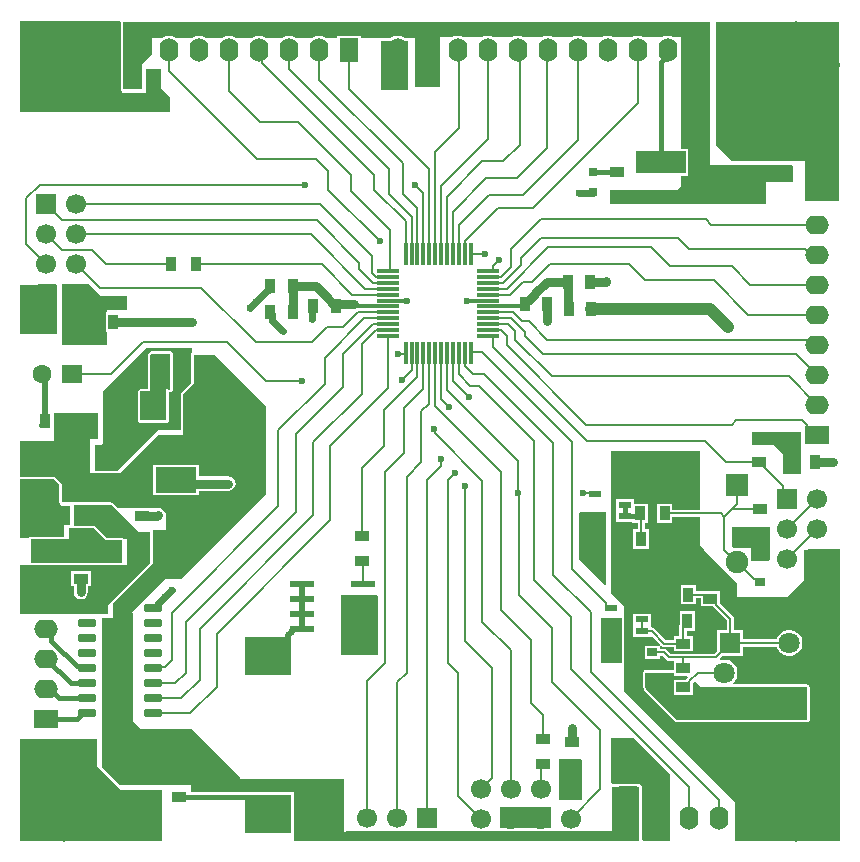
<source format=gtl>
G04*
G04 #@! TF.GenerationSoftware,Altium Limited,Altium Designer,25.0.2 (28)*
G04*
G04 Layer_Physical_Order=1*
G04 Layer_Color=255*
%FSLAX44Y44*%
%MOMM*%
G71*
G04*
G04 #@! TF.SameCoordinates,97E3B359-2EC6-4E4D-9D72-6E8A3178B65A*
G04*
G04*
G04 #@! TF.FilePolarity,Positive*
G04*
G01*
G75*
%ADD11C,0.5000*%
%ADD12C,0.3000*%
%ADD13C,0.2000*%
%ADD15C,0.4000*%
%ADD17R,1.2000X0.9000*%
%ADD18R,0.9000X1.2000*%
%ADD19R,0.9000X1.3000*%
G04:AMPARAMS|DCode=20|XSize=0.7mm|YSize=1.5mm|CornerRadius=0.063mm|HoleSize=0mm|Usage=FLASHONLY|Rotation=270.000|XOffset=0mm|YOffset=0mm|HoleType=Round|Shape=RoundedRectangle|*
%AMROUNDEDRECTD20*
21,1,0.7000,1.3740,0,0,270.0*
21,1,0.5740,1.5000,0,0,270.0*
1,1,0.1260,-0.6870,-0.2870*
1,1,0.1260,-0.6870,0.2870*
1,1,0.1260,0.6870,0.2870*
1,1,0.1260,0.6870,-0.2870*
%
%ADD20ROUNDEDRECTD20*%
%ADD21R,1.3000X0.9000*%
%ADD22R,4.0000X3.3000*%
%ADD23R,2.1348X0.6249*%
%ADD24R,4.2000X1.9000*%
%ADD25R,0.8000X0.8000*%
%ADD26R,0.3000X1.9000*%
%ADD27R,1.9000X0.3000*%
%ADD28R,1.1000X0.6000*%
%ADD29R,3.5000X2.2000*%
%ADD30R,0.6000X2.2000*%
%ADD31R,0.8300X0.7000*%
%ADD34C,0.6000*%
%ADD35C,0.8000*%
%ADD36C,1.0000*%
%ADD37R,2.0000X1.6000*%
%ADD38O,2.0000X1.6000*%
%ADD39R,1.6000X2.0000*%
%ADD40O,1.6000X2.0000*%
%ADD41C,1.9000*%
%ADD42R,1.9000X1.9000*%
%ADD43R,1.8000X1.8000*%
%ADD44C,1.8000*%
%ADD45C,1.7000*%
%ADD46R,1.7000X1.7000*%
%ADD47R,1.7000X1.7000*%
%ADD48C,7.4000*%
%ADD49R,1.8000X1.6000*%
%ADD50C,1.6000*%
%ADD51C,0.6000*%
G36*
X324278Y682756D02*
X326215Y681954D01*
X326959Y681382D01*
X327199Y681264D01*
X327421Y681116D01*
X327552Y681090D01*
X327673Y681030D01*
X327939Y681013D01*
X328201Y680961D01*
X331000D01*
Y656000D01*
Y639000D01*
X308000D01*
Y680961D01*
X316199D01*
X316461Y681013D01*
X316727Y681030D01*
X316848Y681090D01*
X316980Y681116D01*
X317201Y681264D01*
X317440Y681382D01*
X318185Y681954D01*
X320122Y682756D01*
X322200Y683029D01*
X324278Y682756D01*
D02*
G37*
G36*
X87319Y697499D02*
X87961Y696603D01*
X87961Y683000D01*
X87961Y683000D01*
Y640000D01*
X88116Y639220D01*
X88558Y638558D01*
X88971Y638282D01*
X89039Y637039D01*
X89000Y637000D01*
X109000D01*
Y657000D01*
X122000D01*
Y641000D01*
X130000Y633000D01*
Y621000D01*
X3000D01*
Y697820D01*
X3127Y697873D01*
X86840D01*
X87319Y697499D01*
D02*
G37*
G36*
X587000Y614000D02*
Y576000D01*
X656000D01*
X657160Y574840D01*
Y561220D01*
X634780D01*
X634000Y562000D01*
Y543000D01*
X502000D01*
Y555000D01*
X559000D01*
X562000Y558000D01*
Y566500D01*
X568000D01*
Y589500D01*
X562000D01*
Y614000D01*
X562000Y684000D01*
X555203D01*
X553410Y684743D01*
X550800Y685086D01*
X548190Y684743D01*
X546397Y684000D01*
X529803D01*
X528010Y684743D01*
X525400Y685086D01*
X522789Y684743D01*
X520997Y684000D01*
X504403D01*
X502611Y684743D01*
X500000Y685086D01*
X497389Y684743D01*
X495597Y684000D01*
X479003D01*
X477211Y684743D01*
X474600Y685086D01*
X471990Y684743D01*
X470197Y684000D01*
X453603D01*
X451810Y684743D01*
X449200Y685086D01*
X446590Y684743D01*
X444797Y684000D01*
X428203D01*
X426410Y684743D01*
X423800Y685086D01*
X421189Y684743D01*
X419397Y684000D01*
X402803D01*
X401011Y684743D01*
X398400Y685086D01*
X395789Y684743D01*
X393997Y684000D01*
X377403D01*
X375611Y684743D01*
X373000Y685086D01*
X370390Y684743D01*
X368597Y684000D01*
X358000D01*
Y642000D01*
X337000D01*
Y685000D01*
X335250Y683000D01*
X328201D01*
X327243Y683735D01*
X324810Y684743D01*
X322200Y685086D01*
X319590Y684743D01*
X317157Y683735D01*
X316199Y683000D01*
X291000D01*
Y685000D01*
X271000D01*
Y683000D01*
X261601D01*
X260643Y683735D01*
X258211Y684743D01*
X255600Y685086D01*
X252990Y684743D01*
X250557Y683735D01*
X249599Y683000D01*
X236201D01*
X235243Y683735D01*
X232810Y684743D01*
X230200Y685086D01*
X227589Y684743D01*
X225157Y683735D01*
X224199Y683000D01*
X210801D01*
X209843Y683735D01*
X207411Y684743D01*
X204800Y685086D01*
X202190Y684743D01*
X199757Y683735D01*
X198799Y683000D01*
X185401D01*
X184443Y683735D01*
X182010Y684743D01*
X179400Y685086D01*
X176789Y684743D01*
X174357Y683735D01*
X173399Y683000D01*
X160001D01*
X159043Y683735D01*
X156610Y684743D01*
X154000Y685086D01*
X151390Y684743D01*
X148957Y683735D01*
X147999Y683000D01*
X134601D01*
X133643Y683735D01*
X131210Y684743D01*
X128600Y685086D01*
X125990Y684743D01*
X123557Y683735D01*
X122599Y683000D01*
X114000D01*
Y669000D01*
X106000Y661000D01*
Y640000D01*
X90000D01*
Y683000D01*
X90000D01*
X90000Y697000D01*
X337000D01*
Y697000D01*
X587000D01*
Y614000D01*
D02*
G37*
G36*
X696000Y546000D02*
X695586Y545000D01*
X667000D01*
Y579000D01*
X605000D01*
X592000Y592000D01*
Y697000D01*
X696000D01*
Y546000D01*
D02*
G37*
G36*
X34000Y474087D02*
Y433000D01*
X3000D01*
Y474000D01*
X33088Y474971D01*
X34000Y474087D01*
D02*
G37*
G36*
X70000Y466000D02*
Y465000D01*
X93000D01*
Y453000D01*
X76000D01*
Y451500D01*
X75000D01*
Y434500D01*
X76000D01*
Y423000D01*
X38000D01*
Y475000D01*
X61000D01*
X70000Y466000D01*
D02*
G37*
G36*
X148000Y417000D02*
X147000Y416000D01*
Y391000D01*
X139000Y383000D01*
Y382197D01*
X138961Y382000D01*
Y351000D01*
X119000D01*
Y351000D01*
X85039Y317039D01*
X66000D01*
Y339000D01*
X72000D01*
X73000Y340000D01*
Y384000D01*
X110000Y421000D01*
X148000D01*
Y417000D01*
D02*
G37*
G36*
X211000Y372000D02*
Y297000D01*
X139000Y225000D01*
X138500Y225500D01*
X125500D01*
X97000Y197000D01*
X98000Y196000D01*
Y105000D01*
X105000Y98000D01*
X148000D01*
X189000Y57000D01*
X190000Y56000D01*
X277000D01*
Y10000D01*
X279000Y12000D01*
X389352D01*
X391218Y11500D01*
X393982D01*
X395848Y12000D01*
X414752D01*
X416618Y11500D01*
X419382D01*
X421248Y12000D01*
X440152D01*
X442018Y11500D01*
X444782D01*
X446648Y12000D01*
X465552D01*
X467418Y11500D01*
X470182D01*
X472048Y12000D01*
X504000D01*
Y49000D01*
X504207Y49500D01*
X510000D01*
Y50000D01*
X525000D01*
X525500Y49500D01*
X527000D01*
Y3000D01*
X234466D01*
X234330Y3330D01*
Y6385D01*
X234506Y7582D01*
X234532Y7609D01*
X234497Y7643D01*
X234330Y8779D01*
Y44583D01*
X147004D01*
X147000Y44584D01*
Y51000D01*
X87000D01*
X72000Y66000D01*
Y192000D01*
X81000D01*
Y204116D01*
X114442Y237558D01*
X114884Y238220D01*
X115039Y239000D01*
Y265000D01*
X114884Y265780D01*
X115597Y267000D01*
X126000D01*
Y281000D01*
X121000Y286000D01*
X120000Y285000D01*
X119591D01*
X119000Y285117D01*
X118409Y285000D01*
X85884D01*
X81442Y289442D01*
X80780Y289884D01*
X80000Y290039D01*
X48000D01*
X47803Y290000D01*
X38000D01*
Y306000D01*
X32000Y312000D01*
X3000D01*
Y342000D01*
X31000D01*
Y366000D01*
X31160Y366160D01*
X69000D01*
Y344000D01*
X62000D01*
Y314840D01*
X62160Y315000D01*
X87000D01*
X119000Y347000D01*
X141000D01*
Y382000D01*
X150000Y391000D01*
Y415000D01*
X168000D01*
X211000Y372000D01*
D02*
G37*
G36*
X664000Y314000D02*
X663840Y313840D01*
X648220D01*
Y330780D01*
X640000Y339000D01*
X622000D01*
Y350000D01*
X664000D01*
Y314000D01*
D02*
G37*
G36*
X578000Y284059D02*
X555000D01*
Y289000D01*
X542000D01*
Y273000D01*
X555000D01*
Y277941D01*
X578000D01*
Y254000D01*
X582000Y250000D01*
X610000Y222000D01*
Y210000D01*
X652000D01*
X666000Y224000D01*
Y250000D01*
X669000D01*
X670000Y251000D01*
X697000D01*
Y3000D01*
X608000D01*
Y36000D01*
X514000Y130000D01*
Y137000D01*
Y202000D01*
X503000Y213000D01*
Y334000D01*
X578000D01*
Y284059D01*
D02*
G37*
G36*
X35961Y305155D02*
Y290000D01*
X36116Y289220D01*
X36558Y288558D01*
X37220Y288116D01*
X37700Y288020D01*
Y286670D01*
X44670D01*
X45000Y286533D01*
Y271000D01*
X40000D01*
Y261039D01*
X12000D01*
X11220Y260884D01*
X10558Y260442D01*
X10263Y260000D01*
X3000D01*
Y307000D01*
Y309961D01*
X31155D01*
X35961Y305155D01*
D02*
G37*
G36*
X638000Y242000D02*
X636112Y240112D01*
X621888D01*
Y251780D01*
X606220D01*
X605000Y253000D01*
Y269000D01*
X638000D01*
Y242000D01*
D02*
G37*
G36*
X75000Y258000D02*
X89000D01*
Y239000D01*
X12000D01*
Y259000D01*
X44000D01*
Y268000D01*
X65000D01*
X75000Y258000D01*
D02*
G37*
G36*
X103000Y265000D02*
X113000D01*
Y239000D01*
X77000Y203000D01*
Y196000D01*
X3000D01*
Y237000D01*
X11803D01*
X12000Y236961D01*
X89000D01*
X89197Y237000D01*
X93000D01*
Y259000D01*
X90737D01*
X90442Y259442D01*
X89780Y259884D01*
X89000Y260039D01*
X75961D01*
X66000Y270000D01*
X65197D01*
X65000Y270039D01*
X48000D01*
Y288000D01*
X80000D01*
X103000Y265000D01*
D02*
G37*
G36*
X499000Y220659D02*
X497827Y220173D01*
X476000Y242000D01*
Y279730D01*
X476000Y280000D01*
X476000Y281000D01*
X476652Y282000D01*
X499000D01*
Y220659D01*
D02*
G37*
G36*
X306000Y211000D02*
Y161000D01*
X275000D01*
X274000Y161414D01*
Y212000D01*
X305000D01*
X306000Y211000D01*
D02*
G37*
G36*
X511961Y153840D02*
X494220D01*
Y192000D01*
X511961D01*
Y153840D01*
D02*
G37*
G36*
X478000Y72000D02*
Y38000D01*
X459000D01*
Y73000D01*
X477586D01*
X478000Y72000D01*
D02*
G37*
G36*
X452000Y14039D02*
X446648D01*
X446387Y13987D01*
X446120Y13970D01*
X444514Y13539D01*
X442286D01*
X440680Y13970D01*
X440413Y13987D01*
X440152Y14039D01*
X421248D01*
X420987Y13987D01*
X420720Y13970D01*
X419114Y13539D01*
X416886D01*
X415280Y13970D01*
X415013Y13987D01*
X414752Y14039D01*
X409000D01*
Y32000D01*
X452000D01*
Y14039D01*
D02*
G37*
G36*
X553000Y60000D02*
Y3000D01*
X530000D01*
X529039Y4779D01*
Y49500D01*
X528884Y50280D01*
X528442Y50942D01*
X527780Y51384D01*
X527000Y51539D01*
X526500D01*
Y52000D01*
X525197D01*
X525000Y52039D01*
X510000D01*
X509803Y52000D01*
X509500D01*
Y51940D01*
X509220Y51884D01*
X508704Y51539D01*
X504207D01*
D01*
X504207D01*
X503829Y51464D01*
X503000Y53000D01*
Y91000D01*
X522000D01*
X553000Y60000D01*
D02*
G37*
G36*
X68000Y67000D02*
X88000Y47000D01*
X123000D01*
Y3000D01*
X3000D01*
Y90000D01*
X68000D01*
Y67000D01*
D02*
G37*
%LPC*%
G36*
X114000Y418039D02*
X113220Y417884D01*
X112558Y417442D01*
X112558Y417442D01*
X111558Y416442D01*
X111116Y415780D01*
X110961Y415000D01*
Y386039D01*
X104600D01*
X103820Y385884D01*
X103158Y385442D01*
X102716Y384780D01*
X102561Y384000D01*
Y359493D01*
X102716Y358713D01*
X103158Y358051D01*
X103820Y357609D01*
X104600Y357454D01*
X126498D01*
X127278Y357609D01*
X127359Y357643D01*
X127359Y357643D01*
X128020Y358085D01*
X128462Y358746D01*
X128617Y359527D01*
Y381896D01*
X128827Y383134D01*
X129607Y383289D01*
X129607Y383289D01*
X130780Y383775D01*
X130780Y383775D01*
X131442Y384217D01*
X131884Y384879D01*
X132039Y385659D01*
Y416000D01*
X131884Y416780D01*
X131442Y417442D01*
X130780Y417884D01*
X130000Y418039D01*
X114000D01*
X114000Y418039D01*
D02*
G37*
%LPD*%
G36*
X130000Y385659D02*
X128827Y385173D01*
X127848Y386152D01*
X127848Y386152D01*
X127500Y386500D01*
X126578Y386500D01*
Y385659D01*
X126578Y385659D01*
Y359527D01*
X126498Y359493D01*
X104600D01*
Y384000D01*
X112160D01*
X113000Y384840D01*
Y415000D01*
X114000Y416000D01*
X130000D01*
Y385659D01*
D02*
G37*
%LPC*%
G36*
X154500Y322000D02*
X115500D01*
Y296000D01*
X154500D01*
Y299883D01*
X179000D01*
X181341Y300348D01*
X183326Y301674D01*
X184652Y303659D01*
X185117Y306000D01*
X184652Y308341D01*
X183326Y310326D01*
X181341Y311652D01*
X179000Y312118D01*
X154500D01*
Y322000D01*
D02*
G37*
G36*
X522500Y293000D02*
X507500D01*
Y283000D01*
Y273500D01*
X521000D01*
Y273000D01*
X525441D01*
Y267500D01*
X522000D01*
Y250500D01*
X535000D01*
Y267500D01*
X531559D01*
Y273000D01*
X534000D01*
Y289000D01*
X522500D01*
Y293000D01*
D02*
G37*
G36*
X574951Y219951D02*
X561951D01*
Y203951D01*
X574951D01*
Y208892D01*
X579000D01*
Y202000D01*
X589394D01*
X589837Y201337D01*
X600941Y190233D01*
Y182000D01*
X593000D01*
Y164326D01*
X590733Y162059D01*
X553267D01*
X550013Y165313D01*
X549021Y165976D01*
X547850Y166209D01*
X547850Y166209D01*
X545048D01*
X544150Y167107D01*
X544150Y168227D01*
X545221Y168882D01*
X546011Y168337D01*
X547003Y167674D01*
X548173Y167441D01*
X556000D01*
Y164000D01*
X572000D01*
Y177000D01*
X567059D01*
Y181500D01*
X574000D01*
Y198500D01*
X561000D01*
Y186796D01*
X560941Y186500D01*
X560941Y186500D01*
Y177000D01*
X556000D01*
Y173559D01*
X549440D01*
X541662Y181337D01*
X539500Y183500D01*
X538507Y184163D01*
X537337Y184396D01*
D01*
X536500Y185248D01*
Y195500D01*
Y196000D01*
X521500D01*
Y186000D01*
Y176500D01*
X536500D01*
Y176500D01*
X537453Y176895D01*
X544624Y169724D01*
X543902Y168650D01*
X542983Y168650D01*
X531850D01*
Y157650D01*
X544150D01*
Y160091D01*
X546583D01*
X549837Y156837D01*
X549837Y156837D01*
X550830Y156174D01*
X552000Y155941D01*
X552000Y155941D01*
X556000D01*
Y148039D01*
X532000D01*
X531220Y147884D01*
X530558Y147442D01*
X530116Y146780D01*
X529961Y146000D01*
Y134000D01*
X529961Y134000D01*
X530116Y133220D01*
X530558Y132558D01*
X530558Y132558D01*
X530961Y132155D01*
Y132000D01*
X530961Y132000D01*
X531116Y131220D01*
X531558Y130558D01*
X531558Y130558D01*
X556000Y106116D01*
Y106000D01*
X556116D01*
X557558Y104558D01*
X558220Y104116D01*
X559000Y103961D01*
X669000D01*
X669780Y104116D01*
X670442Y104558D01*
X670884Y105220D01*
X671039Y106000D01*
X671039Y134000D01*
X670884Y134780D01*
X670442Y135442D01*
X669780Y135884D01*
X669000Y136039D01*
X606065D01*
X605987Y136328D01*
X605866Y137309D01*
X607802Y139246D01*
X609250Y141754D01*
X610000Y144552D01*
Y147448D01*
X609250Y150246D01*
X607802Y152754D01*
X605754Y154802D01*
X603246Y156250D01*
X600448Y157000D01*
X597552D01*
X595598Y156477D01*
X594941Y157615D01*
X597326Y160000D01*
X615000D01*
Y167941D01*
X643432D01*
X643750Y166754D01*
X645198Y164246D01*
X647246Y162198D01*
X649754Y160750D01*
X652552Y160000D01*
X655448D01*
X658246Y160750D01*
X660754Y162198D01*
X662802Y164246D01*
X664250Y166754D01*
X665000Y169552D01*
Y172448D01*
X664250Y175246D01*
X662802Y177754D01*
X660754Y179802D01*
X658246Y181250D01*
X655448Y182000D01*
X652552D01*
X649754Y181250D01*
X647246Y179802D01*
X645198Y177754D01*
X643750Y175246D01*
X643432Y174059D01*
X615000D01*
Y182000D01*
X607059D01*
Y191500D01*
X606826Y192670D01*
X606163Y193663D01*
X606163Y193663D01*
X595059Y204767D01*
Y205000D01*
X595059Y205000D01*
X595000Y205296D01*
Y215000D01*
X583599D01*
X583549Y215010D01*
X583549Y215010D01*
X574951D01*
Y219951D01*
D02*
G37*
%LPD*%
G36*
X556000Y143000D02*
X567515D01*
X568001Y141827D01*
X566837Y140663D01*
X566394Y140000D01*
X556000D01*
Y127000D01*
X572000D01*
Y136704D01*
X572059Y137000D01*
X572059Y137000D01*
Y137233D01*
X573913Y139087D01*
X579000Y134000D01*
X669000D01*
X669000Y106000D01*
X559000D01*
X533000Y132000D01*
Y133000D01*
X532000Y134000D01*
Y146000D01*
X556000D01*
Y143000D01*
D02*
G37*
%LPC*%
G36*
X62500Y232000D02*
X45500D01*
Y219000D01*
X47882D01*
Y214000D01*
X48348Y211659D01*
X49674Y209674D01*
X51659Y208348D01*
X54000Y207882D01*
X56341Y208348D01*
X58326Y209674D01*
X59652Y211659D01*
X60118Y214000D01*
Y219000D01*
X62500D01*
Y232000D01*
D02*
G37*
%LPD*%
D11*
X241143Y208350D02*
Y221050D01*
Y195650D02*
Y208350D01*
Y182950D02*
Y195650D01*
X215830Y160082D02*
X229830Y174083D01*
Y177582D01*
X232969Y180722D02*
Y182325D01*
X233594Y182950D01*
X212330Y160082D02*
X215830D01*
X229830Y177582D02*
X232969Y180722D01*
X233594Y182950D02*
X241143D01*
X21300Y396023D02*
X23500Y393823D01*
X21300Y396023D02*
Y399000D01*
X23500Y359000D02*
Y393823D01*
D12*
X314552Y461001D02*
X329999D01*
X381001D02*
X398551D01*
X286999Y456001D02*
X314552D01*
X428001D02*
X430000Y458000D01*
X398551Y456001D02*
X428001D01*
D13*
X564000Y133500D02*
X565500D01*
X569000Y137000D02*
Y138500D01*
X565500Y133500D02*
X569000Y137000D01*
X576500Y146000D02*
X599000D01*
X569000Y138500D02*
X576500Y146000D01*
X564000Y159000D02*
X592000D01*
X552000D02*
X564000D01*
Y149500D02*
Y159000D01*
X568451Y211951D02*
X583549D01*
X587000Y208500D01*
X592000Y203500D02*
Y205000D01*
X588500Y208500D02*
X592000Y205000D01*
X587000Y208500D02*
X588500D01*
X604000Y171000D02*
Y191500D01*
X592000Y203500D02*
X604000Y191500D01*
Y171000D02*
X654000D01*
X592000Y159000D02*
X604000Y171000D01*
X547850Y163150D02*
X552000Y159000D01*
X538000Y163150D02*
X547850D01*
X529000Y181500D02*
Y191000D01*
Y181500D02*
X529163Y181337D01*
X537337D01*
X548173Y170500D01*
X564000D01*
Y186500D02*
X567500Y190000D01*
X564000Y170500D02*
Y186500D01*
X667682Y428000D02*
X671982Y423700D01*
X398551Y481001D02*
X409501D01*
X398551Y471001D02*
X415001D01*
X398551Y476001D02*
X411572D01*
X344052Y500501D02*
Y551949D01*
X329052Y500501D02*
Y527948D01*
X339052Y500501D02*
Y538949D01*
X334052Y500501D02*
Y531948D01*
X374052Y500501D02*
Y525051D01*
X369052Y500501D02*
Y536051D01*
X359052Y500501D02*
Y558051D01*
X364052Y500501D02*
Y549052D01*
X38400Y503700D02*
X63800D01*
X75500Y492000D01*
X130500D01*
X25000Y517100D02*
X38400Y503700D01*
X50400Y491700D02*
X70100Y472000D01*
X359052Y558051D02*
X399000Y598000D01*
X391000Y389000D02*
X438000Y342000D01*
X384000Y389000D02*
X391000D01*
X374052Y398949D02*
X384000Y389000D01*
X385852Y398750D02*
X395751D01*
X454000Y340501D01*
X379052Y405551D02*
Y416501D01*
Y405551D02*
X385852Y398750D01*
X374052Y398949D02*
Y416501D01*
X384052Y417000D02*
X393850D01*
X499000Y202000D02*
Y204500D01*
X500500Y200500D02*
X503000D01*
X499000Y202000D02*
X500500Y200500D01*
X384052Y416501D02*
Y417000D01*
X292000Y240500D02*
X292857Y239643D01*
Y221050D02*
Y239643D01*
X339052Y396051D02*
Y416501D01*
X349052Y373776D02*
Y416501D01*
X330000Y312000D02*
X342500Y324500D01*
Y367225D02*
X349052Y373776D01*
X342500Y324500D02*
Y367225D01*
X344052Y386000D02*
Y416501D01*
X328026Y369974D02*
X344052Y386000D01*
X328026Y332097D02*
Y369974D01*
X326000Y394000D02*
X334052Y402052D01*
Y416501D01*
X354052Y371949D02*
Y416501D01*
X365000Y309000D02*
X371000Y315000D01*
X479250Y297750D02*
X488750D01*
X489000Y297500D01*
X479000Y298000D02*
X479250Y297750D01*
X364052Y385141D02*
Y416501D01*
X424000Y298000D02*
Y325192D01*
X364052Y385141D02*
X424000Y325192D01*
X354052Y371949D02*
X410000Y316000D01*
X468800Y22000D02*
X494000Y47200D01*
X528500Y259000D02*
Y280000D01*
X527500Y281000D02*
X528500Y280000D01*
X628000Y324500D02*
X629500D01*
X632500Y321500D01*
Y320000D02*
Y321500D01*
Y320000D02*
X648457Y304043D01*
Y295943D02*
Y304043D01*
Y295943D02*
X651600Y292800D01*
X329052Y416000D02*
Y416501D01*
X314552Y486001D02*
X316000D01*
X651600Y242000D02*
X677000Y267400D01*
X669000Y354000D02*
X675500Y347500D01*
X677500D01*
X669000Y354000D02*
Y356000D01*
X665000Y360000D02*
X669000Y356000D01*
X671982Y423700D02*
X677500D01*
X131000Y157000D02*
Y196808D01*
X143000Y189000D02*
X236000Y282000D01*
X143000Y146000D02*
Y189000D01*
X155000Y183000D02*
X251000Y279000D01*
X155000Y140000D02*
Y183000D01*
X125000Y151000D02*
X131000Y157000D01*
X115000Y149650D02*
X116350Y151000D01*
X125000D01*
X115000Y136950D02*
X133950D01*
X143000Y146000D01*
X115000Y124250D02*
X139250D01*
X155000Y140000D01*
X115000Y111550D02*
X146550D01*
X169000Y134000D02*
Y179000D01*
X146550Y111550D02*
X169000Y134000D01*
X50400Y517100D02*
X246000D01*
Y517000D02*
X249001D01*
X53000Y529000D02*
X254000D01*
X290000Y493000D01*
X298766Y478766D02*
X301531Y476001D01*
X290000Y487532D02*
Y493000D01*
X298766Y478766D02*
X298766Y478766D01*
X290000Y487532D02*
X298766Y478766D01*
X300301Y484301D02*
Y498699D01*
X256500Y542500D02*
X300301Y498699D01*
X8000Y508700D02*
Y547450D01*
Y508700D02*
X25000Y491700D01*
X52900Y529100D02*
X53000Y529000D01*
X32000Y535000D02*
Y535500D01*
X26500Y541000D02*
X32000Y535500D01*
X26000Y541000D02*
X26500D01*
X32000Y535000D02*
X37900Y529100D01*
X52900D01*
X314552Y481001D02*
X316000D01*
X303602D02*
X314552D01*
X50400Y542500D02*
X256500D01*
X300301Y484301D02*
X303602Y481001D01*
X301531Y476001D02*
X314552D01*
X323000Y416000D02*
X329052D01*
X373000Y41600D02*
X392600Y22000D01*
X365000Y154000D02*
X373000Y146000D01*
Y41600D02*
Y146000D01*
X347400Y23000D02*
Y309400D01*
X330000Y146000D02*
Y312000D01*
X322000Y23000D02*
Y138000D01*
X330000Y146000D01*
X296600Y23000D02*
Y138600D01*
X312000Y154000D01*
X365000D02*
Y309000D01*
X379000Y173000D02*
Y304000D01*
Y173000D02*
X402000Y150000D01*
Y56800D02*
Y150000D01*
X392600Y47400D02*
X402000Y56800D01*
X394000Y189000D02*
X418000Y165000D01*
X353574Y348426D02*
X394000Y308000D01*
Y189000D02*
Y308000D01*
X418000Y47400D02*
Y165000D01*
X410000Y199000D02*
Y316000D01*
X435000Y120000D02*
Y174000D01*
X410000Y199000D02*
X435000Y174000D01*
X276000Y388000D02*
Y415470D01*
X236000Y282000D02*
Y348000D01*
X276000Y388000D01*
X251000Y279000D02*
Y341000D01*
X292000Y382000D02*
Y424399D01*
X251000Y341000D02*
X292000Y382000D01*
X364052Y549052D02*
X393750Y578750D01*
X369052Y536051D02*
X397500Y564500D01*
X374052Y525051D02*
X399500Y550500D01*
X379052Y511451D02*
X407351Y539750D01*
X379052Y500501D02*
Y511451D01*
X449000Y672800D02*
X449200Y673000D01*
X423800D02*
X426000Y670800D01*
X399000Y598000D02*
Y672400D01*
X398400Y673000D02*
X399000Y672400D01*
X373000Y673000D02*
X374000Y672000D01*
X292000Y261500D02*
Y319000D01*
X311000Y338000D01*
Y368000D01*
X312000Y154000D02*
Y316071D01*
X328026Y332097D01*
X651600Y267400D02*
X677000Y292800D01*
X624150Y224850D02*
X627000D01*
X629000Y222850D01*
X609500Y239500D02*
X624150Y224850D01*
X276000Y415470D02*
X301531Y441001D01*
X292000Y424399D02*
X303602Y436001D01*
X294000Y446000D02*
X298521D01*
X298522Y446001D02*
X314552D01*
X298521Y446000D02*
X298522Y446001D01*
X303602Y436001D02*
X314552D01*
X301531Y441001D02*
X314552D01*
X131000Y196808D02*
X221000Y286808D01*
X409501Y436001D02*
X414500Y431002D01*
X398551Y436001D02*
X409501D01*
X398551Y441001D02*
X415999D01*
X398551Y446001D02*
X418070D01*
X398551Y451001D02*
X420141D01*
X621000Y474500D02*
X677500D01*
X398551Y466001D02*
X417072D01*
X609000Y360000D02*
X665000D01*
X605000Y356000D02*
X609000Y360000D01*
X582388Y342388D02*
X600276Y324500D01*
X628000D01*
X605500Y284500D02*
X609500Y288500D01*
X599000Y278000D02*
X605500Y284500D01*
X609500Y288500D02*
Y304500D01*
X599000Y250000D02*
Y278000D01*
X548500Y281000D02*
X596000D01*
X599000Y278000D01*
X605500Y284500D02*
X629000D01*
X599000Y250000D02*
X609500Y239500D01*
X594400Y23000D02*
Y38000D01*
X486000Y146400D02*
Y197000D01*
Y146400D02*
X594400Y38000D01*
X469000Y149000D02*
Y193000D01*
X569000Y23000D02*
Y49000D01*
X469000Y149000D02*
X569000Y49000D01*
X443400Y66900D02*
X445000Y68500D01*
X443400Y47400D02*
Y66900D01*
X347400Y309400D02*
X359000Y321000D01*
Y326995D01*
X353574Y348426D02*
Y351426D01*
X353000Y352000D02*
X353574Y351426D01*
X70100Y472000D02*
X156000D01*
X276135Y438500D02*
X288635Y451000D01*
X202000Y426000D02*
X250000D01*
X262500Y438500D01*
X276135D01*
X156000Y472000D02*
X202000Y426000D01*
X46700Y399000D02*
X80000D01*
X107000Y426000D01*
X178000D01*
X211000Y393000D01*
X241000D01*
X470000Y233500D02*
X499000Y204500D01*
X393850Y417000D02*
X470000Y340850D01*
Y233500D02*
Y340850D01*
X454000Y229000D02*
X486000Y197000D01*
X314552Y387000D02*
Y431001D01*
X265000Y275000D02*
Y337448D01*
X314552Y387000D01*
X169000Y179000D02*
X265000Y275000D01*
X311000Y368000D02*
X339052Y396051D01*
X260500Y412500D02*
X294000Y446000D01*
X258001Y492000D02*
X284000Y466001D01*
X151500Y492000D02*
X258001D01*
X284000Y466001D02*
X314552D01*
Y471001D02*
X318000D01*
X249001Y517000D02*
X295000Y471001D01*
X314552D01*
X296450Y451000D02*
X296451Y451001D01*
X314552D01*
X288635Y451000D02*
X296450D01*
X221000Y286808D02*
Y351000D01*
X260500Y390500D02*
Y412500D01*
X221000Y351000D02*
X260500Y390500D01*
X411750Y578750D02*
X426000Y593000D01*
X449000Y590000D02*
Y672800D01*
X397500Y564500D02*
X423500D01*
X449000Y590000D01*
X474600Y599400D02*
Y673000D01*
X399500Y550500D02*
X428500D01*
X474757Y596757D01*
Y599243D01*
X474600Y599400D02*
X474757Y599243D01*
X525400Y628400D02*
Y673000D01*
X436750Y539750D02*
X525400Y628400D01*
X407351Y539750D02*
X436750D01*
X677400Y449000D02*
X677500Y449100D01*
X619000Y449000D02*
X677400D01*
X590000Y478000D02*
X619000Y449000D01*
X532000Y478000D02*
X590000D01*
X436000Y477000D02*
X451000Y492000D01*
X518000D01*
X428071Y477000D02*
X436000D01*
X417072Y466001D02*
X428071Y477000D01*
X415001Y471001D02*
X450000Y506000D01*
X537000D01*
X444000Y514000D02*
X560000D01*
X426786Y496786D02*
X444000Y514000D01*
X411572Y476001D02*
X426786Y491214D01*
Y496786D01*
X444000Y530000D02*
X583000D01*
X409501Y481001D02*
X418250Y489750D01*
Y504250D02*
X444000Y530000D01*
X418250Y489750D02*
Y504250D01*
X677200Y525000D02*
X677500Y525300D01*
X588000Y525000D02*
X677200D01*
X583000Y530000D02*
X588000Y525000D01*
X560000Y514000D02*
X569000Y505000D01*
X667243D02*
X672343Y499900D01*
X569000Y505000D02*
X667243D01*
X672343Y499900D02*
X677500D01*
X553000Y490000D02*
X605500D01*
X621000Y474500D01*
X537000Y506000D02*
X553000Y490000D01*
X518000Y492000D02*
X532000Y478000D01*
X449000Y428000D02*
X667682D01*
X420141Y451001D02*
X427571Y443571D01*
X433429D02*
X449000Y428000D01*
X427571Y443571D02*
X433429D01*
X445036Y416000D02*
X659800D01*
X430000Y431035D02*
X445036Y416000D01*
X418070Y446001D02*
X430000Y434071D01*
Y431035D02*
Y434071D01*
X659800Y416000D02*
X677500Y398300D01*
X422000Y428000D02*
X453000Y397000D01*
X653400D01*
X677500Y372900D01*
X422000Y428000D02*
Y435000D01*
X415999Y441001D02*
X422000Y435000D01*
X482612Y342388D02*
X582388D01*
X402794Y426758D02*
Y431001D01*
X403000Y422000D02*
X482612Y342388D01*
X402794Y426758D02*
X403000Y426553D01*
Y422000D02*
Y426553D01*
X398551Y431001D02*
X402794D01*
X482000Y356000D02*
X605000D01*
X414500Y423500D02*
X482000Y356000D01*
X414500Y423500D02*
Y431002D01*
X203000Y581000D02*
X253000D01*
X128600Y655400D02*
Y673000D01*
Y655400D02*
X203000Y581000D01*
X253000D02*
X263000Y571000D01*
Y555000D02*
Y571000D01*
Y555000D02*
X307000Y511000D01*
X19463Y558913D02*
X243579D01*
X8000Y547450D02*
X19463Y558913D01*
X337000Y559000D02*
X344052Y551949D01*
X283000Y554000D02*
Y567000D01*
Y554000D02*
X316000Y521000D01*
Y486001D02*
Y521000D01*
X238000Y612000D02*
X283000Y567000D01*
X204800Y673000D02*
X207239Y670561D01*
Y661761D02*
X302000Y567000D01*
X207239Y661761D02*
Y670561D01*
X302000Y555000D02*
Y567000D01*
Y555000D02*
X329052Y527948D01*
X230200Y657000D02*
X315000Y572200D01*
Y551000D02*
X334052Y531948D01*
X315000Y551000D02*
Y572200D01*
X326500Y551500D02*
X339052Y538949D01*
X255600Y648000D02*
X326500Y577100D01*
Y551500D02*
Y577100D01*
X281000Y640000D02*
X349052Y571949D01*
Y500501D02*
Y571949D01*
X179400Y638600D02*
X206000Y612000D01*
X179400Y638600D02*
Y673000D01*
X206000Y612000D02*
X238000D01*
X230200Y657000D02*
Y673000D01*
X255600Y648000D02*
Y673000D01*
X281000Y640000D02*
Y673000D01*
X374000Y607000D02*
Y672000D01*
X354052Y500501D02*
Y587052D01*
X374000Y607000D01*
X426000Y593000D02*
Y670800D01*
X393750Y578750D02*
X411750D01*
X435000Y120000D02*
X445000Y110000D01*
Y89500D02*
Y110000D01*
X425000Y212000D02*
Y298000D01*
X453000Y138000D02*
Y184000D01*
X494000Y47200D02*
Y97000D01*
X425000Y212000D02*
X453000Y184000D01*
Y138000D02*
X494000Y97000D01*
X438000Y224000D02*
Y342000D01*
Y224000D02*
X469000Y193000D01*
X454000Y229000D02*
Y340501D01*
X359052Y377948D02*
X366000Y371000D01*
X359052Y377948D02*
Y416501D01*
X369052Y392948D02*
X383000Y379000D01*
X369052Y392948D02*
Y416501D01*
X384052Y500000D02*
X396000D01*
X384052D02*
Y500501D01*
X398551Y486001D02*
X403243D01*
Y490243D01*
X408000Y495000D01*
D15*
X21000Y399000D02*
Y401000D01*
Y356500D02*
Y359000D01*
X53500Y109043D02*
Y110050D01*
X55000Y111550D01*
X59000D01*
X25000Y106700D02*
X51157D01*
X53500Y109043D01*
X488000Y569500D02*
X508000D01*
X545000Y662657D02*
X550800Y668457D01*
Y673000D01*
X545000Y578000D02*
Y662657D01*
X20500Y356000D02*
X21000Y356500D01*
X137000Y40500D02*
X197912D01*
X212330Y26082D01*
X525000Y278500D02*
X527500Y281000D01*
X515000Y278500D02*
X525000D01*
X515000D02*
Y288000D01*
X25000Y182900D02*
X28949Y178951D01*
Y173050D02*
Y178951D01*
X50850Y151150D02*
X57500D01*
X28949Y173050D02*
X50850Y151150D01*
X57500D02*
X59000Y149650D01*
X25000Y157500D02*
X45550Y136950D01*
X59000D01*
X35343Y124250D02*
X59000D01*
X27493Y132100D02*
X35343Y124250D01*
X25000Y132100D02*
X27493D01*
D17*
X564000Y112500D02*
D03*
Y133500D02*
D03*
Y170500D02*
D03*
Y149500D02*
D03*
X587000Y208500D02*
D03*
Y229500D02*
D03*
X137000Y40500D02*
D03*
Y61500D02*
D03*
X292000Y261500D02*
D03*
Y240500D02*
D03*
X508000Y548500D02*
D03*
Y569500D02*
D03*
X629000Y284500D02*
D03*
Y263500D02*
D03*
X445000Y68500D02*
D03*
Y89500D02*
D03*
X628000Y345500D02*
D03*
Y324500D02*
D03*
X54000Y283500D02*
D03*
Y304500D02*
D03*
Y262500D02*
D03*
Y283500D02*
D03*
D18*
X547451Y211951D02*
D03*
X568451D02*
D03*
X151500Y492000D02*
D03*
X130500D02*
D03*
X548500Y281000D02*
D03*
X527500D02*
D03*
X23500Y359000D02*
D03*
X44500D02*
D03*
D19*
X567500Y190000D02*
D03*
X548500D02*
D03*
X467000Y454000D02*
D03*
X486000D02*
D03*
X233500Y473000D02*
D03*
X214500D02*
D03*
X547500Y259000D02*
D03*
X528500D02*
D03*
X502500Y164000D02*
D03*
X521500D02*
D03*
X510500Y260000D02*
D03*
X491500D02*
D03*
X326250Y648750D02*
D03*
X345250D02*
D03*
X96500Y648000D02*
D03*
X115500D02*
D03*
X596500Y622000D02*
D03*
X577500D02*
D03*
X430000Y458000D02*
D03*
X449000D02*
D03*
X466500Y477000D02*
D03*
X485500D02*
D03*
X81500Y443000D02*
D03*
X62500D02*
D03*
X27500D02*
D03*
X46500D02*
D03*
X269750Y456000D02*
D03*
X250750D02*
D03*
X233500Y451000D02*
D03*
X214500D02*
D03*
X82000Y359000D02*
D03*
X63000D02*
D03*
X656500Y324000D02*
D03*
X675500D02*
D03*
X103500Y395000D02*
D03*
X122500D02*
D03*
X138500D02*
D03*
X157500D02*
D03*
X71500Y325000D02*
D03*
X52500D02*
D03*
D20*
X59000Y200450D02*
D03*
Y187750D02*
D03*
Y175050D02*
D03*
Y162350D02*
D03*
Y149650D02*
D03*
Y136950D02*
D03*
Y124250D02*
D03*
Y111550D02*
D03*
X115000Y200450D02*
D03*
Y187750D02*
D03*
Y162350D02*
D03*
Y149650D02*
D03*
Y136950D02*
D03*
Y124250D02*
D03*
Y111550D02*
D03*
Y175050D02*
D03*
D21*
X114000Y41500D02*
D03*
Y60500D02*
D03*
X647000Y588500D02*
D03*
Y569500D02*
D03*
X470000Y87500D02*
D03*
Y68500D02*
D03*
X106000Y278500D02*
D03*
Y259500D02*
D03*
X518000Y64500D02*
D03*
Y45500D02*
D03*
X54000Y225500D02*
D03*
Y244500D02*
D03*
D22*
X212330Y160082D02*
D03*
Y26082D02*
D03*
D23*
X241143Y182950D02*
D03*
Y195650D02*
D03*
Y208350D02*
D03*
Y221050D02*
D03*
X292857D02*
D03*
Y208350D02*
D03*
Y195650D02*
D03*
Y182950D02*
D03*
D24*
X545000Y578000D02*
D03*
X613000Y603400D02*
D03*
Y552600D02*
D03*
D25*
X488000Y569500D02*
D03*
Y552500D02*
D03*
D26*
X384052Y500501D02*
D03*
X349052D02*
D03*
X374052D02*
D03*
X359052D02*
D03*
X344052D02*
D03*
X354052D02*
D03*
X369052D02*
D03*
X379052D02*
D03*
X339052D02*
D03*
X364052D02*
D03*
X339052Y416501D02*
D03*
X354052D02*
D03*
X349052D02*
D03*
X359052D02*
D03*
X374052D02*
D03*
X379052D02*
D03*
X369052D02*
D03*
X364052D02*
D03*
X384052D02*
D03*
X344052D02*
D03*
X334052Y500501D02*
D03*
X329052D02*
D03*
X334052Y416501D02*
D03*
X329052D02*
D03*
D27*
X398551Y486001D02*
D03*
Y446001D02*
D03*
Y476001D02*
D03*
Y481001D02*
D03*
Y466001D02*
D03*
Y456001D02*
D03*
Y461001D02*
D03*
Y471001D02*
D03*
Y441001D02*
D03*
Y436001D02*
D03*
X314552Y441001D02*
D03*
Y446001D02*
D03*
Y481001D02*
D03*
Y471001D02*
D03*
Y461001D02*
D03*
Y436001D02*
D03*
Y431001D02*
D03*
Y486001D02*
D03*
Y466001D02*
D03*
Y451001D02*
D03*
Y456001D02*
D03*
Y476001D02*
D03*
X398551Y451001D02*
D03*
Y431001D02*
D03*
D28*
X503000Y200500D02*
D03*
Y181500D02*
D03*
X529000Y200500D02*
D03*
Y191000D02*
D03*
Y181500D02*
D03*
X515000Y278500D02*
D03*
Y288000D02*
D03*
Y297500D02*
D03*
X489000Y278500D02*
D03*
Y297500D02*
D03*
D29*
X135000Y309000D02*
D03*
D30*
X109600Y371000D02*
D03*
X122300D02*
D03*
X135000D02*
D03*
X147700D02*
D03*
X160400D02*
D03*
D31*
X538000Y140850D02*
D03*
Y163150D02*
D03*
X629000Y222850D02*
D03*
Y245150D02*
D03*
D34*
X119500Y200950D02*
Y204500D01*
X131000Y216000D01*
X487500Y552000D02*
X488000Y552500D01*
X476000Y552000D02*
X487500D01*
X250011Y445011D02*
Y455261D01*
X250750Y456000D01*
X250000Y445000D02*
X250011Y445011D01*
X216000Y444000D02*
X225000Y435000D01*
X214500Y451000D02*
X216000Y449500D01*
Y444000D02*
Y449500D01*
X115000Y200450D02*
X119000D01*
X119500Y200950D01*
X197000Y455000D02*
X211500Y469500D01*
X213000D01*
X214500Y471000D01*
Y473000D01*
D35*
X267752Y458000D02*
X285000D01*
X485500Y477000D02*
X498459D01*
X498959Y477500D01*
X449000Y444000D02*
Y458000D01*
X675500Y324000D02*
X691000D01*
X470000Y87500D02*
Y99000D01*
X137000Y443000D02*
X148000D01*
X81500D02*
X137000D01*
X170000Y306000D02*
X179000D01*
X162000D02*
X170000D01*
X138000D02*
X162000D01*
X54000Y214000D02*
Y225500D01*
X106000Y278500D02*
X118500D01*
X119000Y279000D01*
X135000Y309000D02*
X138000Y306000D01*
X466500Y456500D02*
Y477000D01*
Y456500D02*
X467000Y456000D01*
Y454000D02*
Y456000D01*
X430000Y460000D02*
X430500Y460500D01*
X432500D01*
X438500Y466500D01*
Y466985D01*
X448515Y477000D01*
X430000Y458000D02*
Y460000D01*
X448515Y477000D02*
X466500D01*
X261250Y464502D02*
X267752Y458000D01*
X233500Y473000D02*
X253235D01*
X261250Y464985D01*
Y464502D02*
Y464985D01*
X233500Y451000D02*
Y473000D01*
D36*
X587000Y454000D02*
X602000Y439000D01*
X486000Y454000D02*
X587000D01*
D37*
X677500Y347500D02*
D03*
X25000Y324800D02*
D03*
Y106700D02*
D03*
D38*
X677500Y372900D02*
D03*
Y398300D02*
D03*
Y423700D02*
D03*
Y449100D02*
D03*
Y474500D02*
D03*
Y499900D02*
D03*
Y525300D02*
D03*
X25000Y299400D02*
D03*
Y274000D02*
D03*
Y248600D02*
D03*
Y132100D02*
D03*
Y157500D02*
D03*
Y182900D02*
D03*
Y208300D02*
D03*
D39*
X281000Y673000D02*
D03*
X518200Y23000D02*
D03*
X601600Y673000D02*
D03*
D40*
X255600Y673000D02*
D03*
X230200D02*
D03*
X204800D02*
D03*
X179400D02*
D03*
X154000D02*
D03*
X128600D02*
D03*
X103200D02*
D03*
X594400Y23000D02*
D03*
X569000D02*
D03*
X543600D02*
D03*
X576200Y673000D02*
D03*
X550800D02*
D03*
X525400D02*
D03*
X500000D02*
D03*
X474600D02*
D03*
X449200D02*
D03*
X423800D02*
D03*
X398400D02*
D03*
X373000D02*
D03*
X322200D02*
D03*
X347600D02*
D03*
D41*
X564500Y239500D02*
D03*
X609500D02*
D03*
X564500Y304500D02*
D03*
D42*
X609500D02*
D03*
D43*
X604000Y171000D02*
D03*
D44*
X659000Y146000D02*
D03*
X599000D02*
D03*
X654000Y121000D02*
D03*
X604000D02*
D03*
X654000Y171000D02*
D03*
D45*
X80000Y299400D02*
D03*
Y274000D02*
D03*
X296600Y23000D02*
D03*
X322000D02*
D03*
X50400Y491700D02*
D03*
X25000D02*
D03*
Y466300D02*
D03*
X50400D02*
D03*
X25000Y517100D02*
D03*
X50400D02*
D03*
Y542500D02*
D03*
X418000Y22000D02*
D03*
Y47400D02*
D03*
X392600D02*
D03*
Y22000D02*
D03*
X443400Y47400D02*
D03*
Y22000D02*
D03*
X468800D02*
D03*
X677000Y292800D02*
D03*
Y267400D02*
D03*
Y242000D02*
D03*
X651600Y267400D02*
D03*
Y242000D02*
D03*
D46*
X80000Y248600D02*
D03*
X25000Y542500D02*
D03*
X651600Y292800D02*
D03*
D47*
X347400Y23000D02*
D03*
X468800Y47400D02*
D03*
D48*
X40000Y660000D02*
D03*
X660000Y40000D02*
D03*
Y660000D02*
D03*
X40000Y40000D02*
D03*
D49*
X46700Y399000D02*
D03*
D50*
X21300D02*
D03*
D51*
X549000Y122000D02*
D03*
Y129000D02*
D03*
X330000Y461000D02*
D03*
X7000Y273000D02*
D03*
Y282000D02*
D03*
Y290000D02*
D03*
Y298000D02*
D03*
X125250Y210250D02*
D03*
X131000Y216000D02*
D03*
X691000Y324000D02*
D03*
X162000Y306000D02*
D03*
X170000D02*
D03*
X137000Y443000D02*
D03*
X594500Y446500D02*
D03*
X202000Y460000D02*
D03*
X197000Y455000D02*
D03*
X243579Y558913D02*
D03*
X449000Y444000D02*
D03*
X359000Y326995D02*
D03*
X353000Y352000D02*
D03*
X58000Y428000D02*
D03*
X74000Y460000D02*
D03*
X11000Y443000D02*
D03*
X148000D02*
D03*
X139000Y413000D02*
D03*
X86000Y329000D02*
D03*
X80000Y373000D02*
D03*
X225000Y435000D02*
D03*
X250000Y445000D02*
D03*
X470000Y99000D02*
D03*
X279000Y197000D02*
D03*
X179000Y306000D02*
D03*
X119000Y279000D02*
D03*
X279000Y187000D02*
D03*
X54000Y214000D02*
D03*
X544000Y311000D02*
D03*
X531000D02*
D03*
X576000Y81000D02*
D03*
X583000Y90000D02*
D03*
X520000Y311000D02*
D03*
X501000Y188000D02*
D03*
X241000Y393000D02*
D03*
X479000Y278000D02*
D03*
X491000Y245000D02*
D03*
X613000Y257000D02*
D03*
Y265000D02*
D03*
X656000Y338000D02*
D03*
X639000Y346000D02*
D03*
X592000Y566000D02*
D03*
X591000Y553000D02*
D03*
X574000Y637000D02*
D03*
X580000Y581000D02*
D03*
X602000Y439000D02*
D03*
X115191Y635191D02*
D03*
X312000Y650000D02*
D03*
X617000Y617000D02*
D03*
X647000Y602000D02*
D03*
X596000Y637000D02*
D03*
X476000Y552000D02*
D03*
X381000Y461000D02*
D03*
X122000Y410000D02*
D03*
X366000Y371000D02*
D03*
X396000Y500000D02*
D03*
X408000Y495000D02*
D03*
X383000Y379000D02*
D03*
X379000Y304000D02*
D03*
X371000Y315000D02*
D03*
X479000Y298000D02*
D03*
X424000D02*
D03*
X326000Y394000D02*
D03*
X323000Y416000D02*
D03*
X498959Y477500D02*
D03*
X337000Y559000D02*
D03*
X307000Y511000D02*
D03*
M02*

</source>
